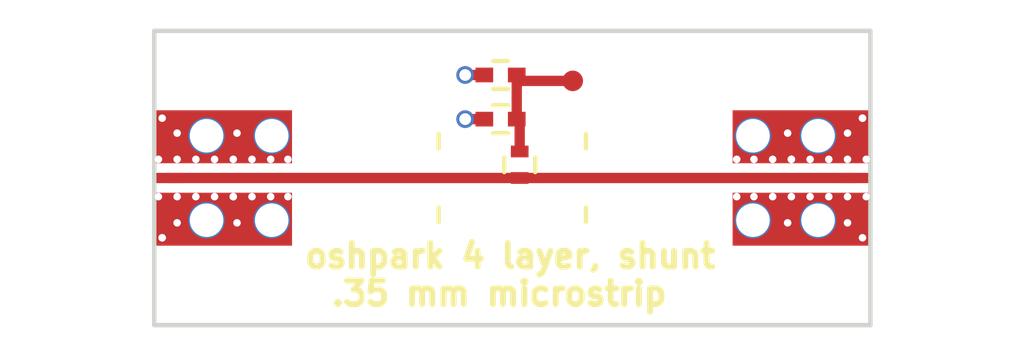
<source format=kicad_pcb>
(kicad_pcb (version 4) (host pcbnew 4.0.7)

  (general
    (links 66)
    (no_connects 0)
    (area 120.890476 98.825 155.809524 111.075)
    (thickness 1.6)
    (drawings 8)
    (tracks 14)
    (zones 0)
    (modules 6)
    (nets 4)
  )

  (page A4)
  (layers
    (0 F.Cu signal)
    (1 In1.Cu signal)
    (2 In2.Cu signal)
    (31 B.Cu signal)
    (32 B.Adhes user)
    (33 F.Adhes user)
    (34 B.Paste user)
    (35 F.Paste user)
    (36 B.SilkS user)
    (37 F.SilkS user)
    (38 B.Mask user)
    (39 F.Mask user)
    (40 Dwgs.User user)
    (41 Cmts.User user)
    (42 Eco1.User user)
    (43 Eco2.User user)
    (44 Edge.Cuts user)
    (45 Margin user)
    (46 B.CrtYd user)
    (47 F.CrtYd user)
    (48 B.Fab user)
    (49 F.Fab user)
  )

  (setup
    (last_trace_width 0.25)
    (user_trace_width 0.35)
    (trace_clearance 0.2)
    (zone_clearance 0.1)
    (zone_45_only no)
    (trace_min 0.2)
    (segment_width 0.2)
    (edge_width 0.15)
    (via_size 0.6)
    (via_drill 0.4)
    (via_min_size 0.4)
    (via_min_drill 0.3)
    (uvia_size 0.3)
    (uvia_drill 0.1)
    (uvias_allowed no)
    (uvia_min_size 0.2)
    (uvia_min_drill 0.1)
    (pcb_text_width 0.3)
    (pcb_text_size 1.5 1.5)
    (mod_edge_width 0.15)
    (mod_text_size 1 1)
    (mod_text_width 0.15)
    (pad_size 1.524 1.524)
    (pad_drill 0.762)
    (pad_to_mask_clearance 0.05)
    (aux_axis_origin 0 0)
    (visible_elements FFFFFF7F)
    (pcbplotparams
      (layerselection 0x00030_80000001)
      (usegerberextensions false)
      (excludeedgelayer true)
      (linewidth 0.100000)
      (plotframeref false)
      (viasonmask false)
      (mode 1)
      (useauxorigin false)
      (hpglpennumber 1)
      (hpglpenspeed 20)
      (hpglpendiameter 15)
      (hpglpenoverlay 2)
      (psnegative false)
      (psa4output false)
      (plotreference true)
      (plotvalue true)
      (plotinvisibletext false)
      (padsonsilk false)
      (subtractmaskfromsilk false)
      (outputformat 1)
      (mirror false)
      (drillshape 1)
      (scaleselection 1)
      (outputdirectory ""))
  )

  (net 0 "")
  (net 1 GND)
  (net 2 "Net-(C101-Pad1)")
  (net 3 "Net-(L101-Pad2)")

  (net_class Default "This is the default net class."
    (clearance 0.2)
    (trace_width 0.25)
    (via_dia 0.6)
    (via_drill 0.4)
    (uvia_dia 0.3)
    (uvia_drill 0.1)
    (add_net GND)
    (add_net "Net-(C101-Pad1)")
    (add_net "Net-(L101-Pad2)")
  )

  (module vna_footprints:SMA_901-10512_6p7MIL_FR408_CPW_LAUNCH (layer F.Cu) (tedit 59B4A2F5) (tstamp 59B4A12A)
    (at 128.5 105 180)
    (path /59B4A05A)
    (fp_text reference U101 (at -0.25 4 180) (layer F.SilkS) hide
      (effects (font (size 1 1) (thickness 0.15)))
    )
    (fp_text value CONN_SMA_2GND (at 1.1 -5 180) (layer F.Fab)
      (effects (font (size 1 1) (thickness 0.15)))
    )
    (fp_line (start -7.35 -1) (end -7.35 -1.5) (layer F.SilkS) (width 0.15))
    (fp_line (start -7.35 1.5) (end -7.35 1) (layer F.SilkS) (width 0.15))
    (pad 2 thru_hole circle (at -1.685 -1.435 180) (size 1.24 1.24) (drill 1.14) (layers *.Cu *.Mask)
      (net 1 GND))
    (pad 2 thru_hole circle (at 0.525 -1.435 180) (size 1.24 1.24) (drill 1.14) (layers *.Cu *.Mask)
      (net 1 GND))
    (pad 3 thru_hole circle (at 0.525 1.435 180) (size 1.24 1.24) (drill 1.14) (layers *.Cu *.Mask)
      (net 1 GND))
    (pad 3 thru_hole circle (at -1.685 1.435 180) (size 1.24 1.24) (drill 1.14) (layers *.Cu *.Mask)
      (net 1 GND))
    (pad 1 smd rect (at 1.8 0 180) (size 0.95 0.35) (layers F.Cu F.Paste F.Mask)
      (net 3 "Net-(L101-Pad2)"))
    (pad 2 smd rect (at -0.05 -1.4 180) (size 4.65 1.8) (layers F.Cu F.Paste F.Mask)
      (net 1 GND))
    (pad 3 smd rect (at -0.05 1.4 180) (size 4.65 1.8) (layers F.Cu F.Paste F.Mask)
      (net 1 GND))
    (pad 2 thru_hole circle (at 0.254 -0.635 180) (size 0.254 0.254) (drill 0.254) (layers *.Cu *.Mask)
      (net 1 GND))
    (pad 2 thru_hole circle (at -1.651 -0.635 180) (size 0.254 0.254) (drill 0.254) (layers *.Cu *.Mask)
      (net 1 GND))
    (pad 2 thru_hole circle (at -2.2352 -0.635 180) (size 0.254 0.254) (drill 0.254) (layers *.Cu *.Mask)
      (net 1 GND))
    (pad 2 thru_hole circle (at -1.016 -0.635 180) (size 0.254 0.254) (drill 0.254) (layers *.Cu *.Mask)
      (net 1 GND))
    (pad 2 thru_hole circle (at -0.381 -0.635 180) (size 0.254 0.254) (drill 0.254) (layers *.Cu *.Mask)
      (net 1 GND))
    (pad 2 thru_hole circle (at 0.889 -0.635 180) (size 0.254 0.254) (drill 0.254) (layers *.Cu *.Mask)
      (net 1 GND))
    (pad 2 thru_hole circle (at 1.524 -0.635 180) (size 0.254 0.254) (drill 0.254) (layers *.Cu *.Mask)
      (net 1 GND))
    (pad 2 thru_hole circle (at 2.159 -0.635 180) (size 0.254 0.254) (drill 0.254) (layers *.Cu *.Mask)
      (net 1 GND))
    (pad 2 thru_hole circle (at 2.159 0.635 180) (size 0.254 0.254) (drill 0.254) (layers *.Cu *.Mask)
      (net 1 GND))
    (pad 2 thru_hole circle (at 1.524 0.635 180) (size 0.254 0.254) (drill 0.254) (layers *.Cu *.Mask)
      (net 1 GND))
    (pad 2 thru_hole circle (at 0.889 0.635 180) (size 0.254 0.254) (drill 0.254) (layers *.Cu *.Mask)
      (net 1 GND))
    (pad 2 thru_hole circle (at 0.254 0.635 180) (size 0.254 0.254) (drill 0.254) (layers *.Cu *.Mask)
      (net 1 GND))
    (pad 2 thru_hole circle (at -0.381 0.635 180) (size 0.254 0.254) (drill 0.254) (layers *.Cu *.Mask)
      (net 1 GND))
    (pad 2 thru_hole circle (at -1.016 0.635 180) (size 0.254 0.254) (drill 0.254) (layers *.Cu *.Mask)
      (net 1 GND))
    (pad 2 thru_hole circle (at -1.651 0.635 180) (size 0.254 0.254) (drill 0.254) (layers *.Cu *.Mask)
      (net 1 GND))
    (pad 2 thru_hole circle (at -2.2352 0.635 180) (size 0.254 0.254) (drill 0.254) (layers *.Cu *.Mask)
      (net 1 GND))
    (pad 2 thru_hole circle (at -0.381 -0.635 180) (size 0.254 0.254) (drill 0.254) (layers *.Cu *.Mask)
      (net 1 GND))
    (pad 2 thru_hole circle (at -0.508 -1.524 180) (size 0.254 0.254) (drill 0.254) (layers *.Cu *.Mask)
      (net 1 GND))
    (pad 2 thru_hole circle (at 1.524 -1.524 180) (size 0.254 0.254) (drill 0.254) (layers *.Cu *.Mask)
      (net 1 GND))
    (pad 2 thru_hole circle (at 1.524 1.524 180) (size 0.254 0.254) (drill 0.254) (layers *.Cu *.Mask)
      (net 1 GND))
    (pad 2 thru_hole circle (at -0.508 1.524 180) (size 0.254 0.254) (drill 0.254) (layers *.Cu *.Mask)
      (net 1 GND))
    (pad 2 thru_hole circle (at 2.032 2.032 180) (size 0.254 0.254) (drill 0.254) (layers *.Cu *.Mask)
      (net 1 GND))
    (pad 2 thru_hole circle (at 2.032 -2.032 180) (size 0.254 0.254) (drill 0.254) (layers *.Cu *.Mask)
      (net 1 GND))
    (pad 2 thru_hole circle (at 2.032 -2.032 180) (size 0.254 0.254) (drill 0.254) (layers *.Cu *.Mask)
      (net 1 GND))
  )

  (module vna_footprints:SMA_901-10512_6p7MIL_FR408_CPW_LAUNCH (layer F.Cu) (tedit 59B4A2F7) (tstamp 59B4A14D)
    (at 148.2 105)
    (path /59B4A095)
    (fp_text reference U102 (at -0.25 -3.1) (layer F.SilkS) hide
      (effects (font (size 1 1) (thickness 0.15)))
    )
    (fp_text value CONN_SMA_2GND (at 1.1 -5) (layer F.Fab)
      (effects (font (size 1 1) (thickness 0.15)))
    )
    (fp_line (start -7.35 -1) (end -7.35 -1.5) (layer F.SilkS) (width 0.15))
    (fp_line (start -7.35 1.5) (end -7.35 1) (layer F.SilkS) (width 0.15))
    (pad 2 thru_hole circle (at -1.685 -1.435) (size 1.24 1.24) (drill 1.14) (layers *.Cu *.Mask)
      (net 1 GND))
    (pad 2 thru_hole circle (at 0.525 -1.435) (size 1.24 1.24) (drill 1.14) (layers *.Cu *.Mask)
      (net 1 GND))
    (pad 3 thru_hole circle (at 0.525 1.435) (size 1.24 1.24) (drill 1.14) (layers *.Cu *.Mask)
      (net 1 GND))
    (pad 3 thru_hole circle (at -1.685 1.435) (size 1.24 1.24) (drill 1.14) (layers *.Cu *.Mask)
      (net 1 GND))
    (pad 1 smd rect (at 1.8 0) (size 0.95 0.35) (layers F.Cu F.Paste F.Mask)
      (net 3 "Net-(L101-Pad2)"))
    (pad 2 smd rect (at -0.05 -1.4) (size 4.65 1.8) (layers F.Cu F.Paste F.Mask)
      (net 1 GND))
    (pad 3 smd rect (at -0.05 1.4) (size 4.65 1.8) (layers F.Cu F.Paste F.Mask)
      (net 1 GND))
    (pad 2 thru_hole circle (at 0.254 -0.635) (size 0.254 0.254) (drill 0.254) (layers *.Cu *.Mask)
      (net 1 GND))
    (pad 2 thru_hole circle (at -1.651 -0.635) (size 0.254 0.254) (drill 0.254) (layers *.Cu *.Mask)
      (net 1 GND))
    (pad 2 thru_hole circle (at -2.2352 -0.635) (size 0.254 0.254) (drill 0.254) (layers *.Cu *.Mask)
      (net 1 GND))
    (pad 2 thru_hole circle (at -1.016 -0.635) (size 0.254 0.254) (drill 0.254) (layers *.Cu *.Mask)
      (net 1 GND))
    (pad 2 thru_hole circle (at -0.381 -0.635) (size 0.254 0.254) (drill 0.254) (layers *.Cu *.Mask)
      (net 1 GND))
    (pad 2 thru_hole circle (at 0.889 -0.635) (size 0.254 0.254) (drill 0.254) (layers *.Cu *.Mask)
      (net 1 GND))
    (pad 2 thru_hole circle (at 1.524 -0.635) (size 0.254 0.254) (drill 0.254) (layers *.Cu *.Mask)
      (net 1 GND))
    (pad 2 thru_hole circle (at 2.159 -0.635) (size 0.254 0.254) (drill 0.254) (layers *.Cu *.Mask)
      (net 1 GND))
    (pad 2 thru_hole circle (at 2.159 0.635) (size 0.254 0.254) (drill 0.254) (layers *.Cu *.Mask)
      (net 1 GND))
    (pad 2 thru_hole circle (at 1.524 0.635) (size 0.254 0.254) (drill 0.254) (layers *.Cu *.Mask)
      (net 1 GND))
    (pad 2 thru_hole circle (at 0.889 0.635) (size 0.254 0.254) (drill 0.254) (layers *.Cu *.Mask)
      (net 1 GND))
    (pad 2 thru_hole circle (at 0.254 0.635) (size 0.254 0.254) (drill 0.254) (layers *.Cu *.Mask)
      (net 1 GND))
    (pad 2 thru_hole circle (at -0.381 0.635) (size 0.254 0.254) (drill 0.254) (layers *.Cu *.Mask)
      (net 1 GND))
    (pad 2 thru_hole circle (at -1.016 0.635) (size 0.254 0.254) (drill 0.254) (layers *.Cu *.Mask)
      (net 1 GND))
    (pad 2 thru_hole circle (at -1.651 0.635) (size 0.254 0.254) (drill 0.254) (layers *.Cu *.Mask)
      (net 1 GND))
    (pad 2 thru_hole circle (at -2.2352 0.635) (size 0.254 0.254) (drill 0.254) (layers *.Cu *.Mask)
      (net 1 GND))
    (pad 2 thru_hole circle (at -0.381 -0.635) (size 0.254 0.254) (drill 0.254) (layers *.Cu *.Mask)
      (net 1 GND))
    (pad 2 thru_hole circle (at -0.508 -1.524) (size 0.254 0.254) (drill 0.254) (layers *.Cu *.Mask)
      (net 1 GND))
    (pad 2 thru_hole circle (at 1.524 -1.524) (size 0.254 0.254) (drill 0.254) (layers *.Cu *.Mask)
      (net 1 GND))
    (pad 2 thru_hole circle (at 1.524 1.524) (size 0.254 0.254) (drill 0.254) (layers *.Cu *.Mask)
      (net 1 GND))
    (pad 2 thru_hole circle (at -0.508 1.524) (size 0.254 0.254) (drill 0.254) (layers *.Cu *.Mask)
      (net 1 GND))
    (pad 2 thru_hole circle (at 2.032 2.032) (size 0.254 0.254) (drill 0.254) (layers *.Cu *.Mask)
      (net 1 GND))
    (pad 2 thru_hole circle (at 2.032 -2.032) (size 0.254 0.254) (drill 0.254) (layers *.Cu *.Mask)
      (net 1 GND))
    (pad 2 thru_hole circle (at 2.032 -2.032) (size 0.254 0.254) (drill 0.254) (layers *.Cu *.Mask)
      (net 1 GND))
  )

  (module Capacitors_SMD:C_0402 (layer F.Cu) (tedit 5AC166DD) (tstamp 5AC166B2)
    (at 137.95 103 180)
    (descr "Capacitor SMD 0402, reflow soldering, AVX (see smccp.pdf)")
    (tags "capacitor 0402")
    (path /5AC191EC)
    (attr smd)
    (fp_text reference C101 (at 0 -2.2 180) (layer F.SilkS) hide
      (effects (font (size 1 1) (thickness 0.15)))
    )
    (fp_text value C_Small (at 0 1.7 180) (layer F.Fab)
      (effects (font (size 1 1) (thickness 0.15)))
    )
    (fp_line (start -1.15 -0.6) (end 1.15 -0.6) (layer F.CrtYd) (width 0.05))
    (fp_line (start -1.15 0.6) (end 1.15 0.6) (layer F.CrtYd) (width 0.05))
    (fp_line (start -1.15 -0.6) (end -1.15 0.6) (layer F.CrtYd) (width 0.05))
    (fp_line (start 1.15 -0.6) (end 1.15 0.6) (layer F.CrtYd) (width 0.05))
    (fp_line (start 0.25 -0.475) (end -0.25 -0.475) (layer F.SilkS) (width 0.15))
    (fp_line (start -0.25 0.475) (end 0.25 0.475) (layer F.SilkS) (width 0.15))
    (pad 1 smd rect (at -0.55 0 180) (size 0.6 0.5) (layers F.Cu F.Paste F.Mask)
      (net 2 "Net-(C101-Pad1)"))
    (pad 2 smd rect (at 0.55 0 180) (size 0.6 0.5) (layers F.Cu F.Paste F.Mask)
      (net 1 GND))
    (model Capacitors_SMD.3dshapes/C_0402.wrl
      (at (xyz 0 0 0))
      (scale (xyz 1 1 1))
      (rotate (xyz 0 0 0))
    )
  )

  (module Capacitors_SMD:C_0402 (layer F.Cu) (tedit 5AC1699E) (tstamp 5AC16941)
    (at 137.95 101.5 180)
    (descr "Capacitor SMD 0402, reflow soldering, AVX (see smccp.pdf)")
    (tags "capacitor 0402")
    (path /5AC190DB)
    (attr smd)
    (fp_text reference C102 (at 0 -1.7 180) (layer F.SilkS) hide
      (effects (font (size 1 1) (thickness 0.15)))
    )
    (fp_text value C_Small (at 0 1.7 180) (layer F.Fab)
      (effects (font (size 1 1) (thickness 0.15)))
    )
    (fp_line (start -1.15 -0.6) (end 1.15 -0.6) (layer F.CrtYd) (width 0.05))
    (fp_line (start -1.15 0.6) (end 1.15 0.6) (layer F.CrtYd) (width 0.05))
    (fp_line (start -1.15 -0.6) (end -1.15 0.6) (layer F.CrtYd) (width 0.05))
    (fp_line (start 1.15 -0.6) (end 1.15 0.6) (layer F.CrtYd) (width 0.05))
    (fp_line (start 0.25 -0.475) (end -0.25 -0.475) (layer F.SilkS) (width 0.15))
    (fp_line (start -0.25 0.475) (end 0.25 0.475) (layer F.SilkS) (width 0.15))
    (pad 1 smd rect (at -0.55 0 180) (size 0.6 0.5) (layers F.Cu F.Paste F.Mask)
      (net 2 "Net-(C101-Pad1)"))
    (pad 2 smd rect (at 0.55 0 180) (size 0.6 0.5) (layers F.Cu F.Paste F.Mask)
      (net 1 GND))
    (model Capacitors_SMD.3dshapes/C_0402.wrl
      (at (xyz 0 0 0))
      (scale (xyz 1 1 1))
      (rotate (xyz 0 0 0))
    )
  )

  (module Resistors_SMD:R_0402 (layer F.Cu) (tedit 5AC1699F) (tstamp 5AC16947)
    (at 138.6 104.55 270)
    (descr "Resistor SMD 0402, reflow soldering, Vishay (see dcrcw.pdf)")
    (tags "resistor 0402")
    (path /5AC19047)
    (attr smd)
    (fp_text reference L101 (at 0 -1.8 270) (layer F.SilkS) hide
      (effects (font (size 1 1) (thickness 0.15)))
    )
    (fp_text value L_Small (at 0 1.8 270) (layer F.Fab)
      (effects (font (size 1 1) (thickness 0.15)))
    )
    (fp_line (start -0.95 -0.65) (end 0.95 -0.65) (layer F.CrtYd) (width 0.05))
    (fp_line (start -0.95 0.65) (end 0.95 0.65) (layer F.CrtYd) (width 0.05))
    (fp_line (start -0.95 -0.65) (end -0.95 0.65) (layer F.CrtYd) (width 0.05))
    (fp_line (start 0.95 -0.65) (end 0.95 0.65) (layer F.CrtYd) (width 0.05))
    (fp_line (start 0.25 -0.525) (end -0.25 -0.525) (layer F.SilkS) (width 0.15))
    (fp_line (start -0.25 0.525) (end 0.25 0.525) (layer F.SilkS) (width 0.15))
    (pad 1 smd rect (at -0.45 0 270) (size 0.4 0.6) (layers F.Cu F.Paste F.Mask)
      (net 2 "Net-(C101-Pad1)"))
    (pad 2 smd rect (at 0.45 0 270) (size 0.4 0.6) (layers F.Cu F.Paste F.Mask)
      (net 3 "Net-(L101-Pad2)"))
    (model Resistors_SMD.3dshapes/R_0402.wrl
      (at (xyz 0 0 0))
      (scale (xyz 1 1 1))
      (rotate (xyz 0 0 0))
    )
  )

  (module vna_footprints:TP07R (layer F.Cu) (tedit 5AC169E7) (tstamp 5AC1694C)
    (at 140.4 101.7)
    (descr "TEST PAD")
    (tags "TEST PAD")
    (path /5AC192C4)
    (attr smd)
    (fp_text reference TP101 (at 2.87274 -1.03378) (layer F.SilkS) hide
      (effects (font (size 0.7 0.7) (thickness 0.15)))
    )
    (fp_text value TEST (at -0.1778 0.4953) (layer F.SilkS) hide
      (effects (font (size 0.7 0.7) (thickness 0.15)))
    )
    (fp_text user >TP_SIGNAL_NAME (at 7.49808 1.40462) (layer F.SilkS) hide
      (effects (font (size 0.7 0.7) (thickness 0.15)))
    )
    (pad 1 smd circle (at 0 0) (size 0.6985 0.6985) (layers F.Cu F.Paste F.Mask)
      (net 2 "Net-(C101-Pad1)"))
  )

  (gr_text ".35 mm microstrip" (at 137.9 108.925) (layer F.SilkS) (tstamp 59B4A39D)
    (effects (font (size 0.8 0.8) (thickness 0.2)))
  )
  (gr_text "oshpark 4 layer, shunt" (at 138.275 107.65) (layer F.SilkS)
    (effects (font (size 0.8 0.8) (thickness 0.2)))
  )
  (gr_line (start 126.2 100) (end 150.5 100) (layer Edge.Cuts) (width 0.15))
  (gr_line (start 150.5 110) (end 126.2 110) (layer Edge.Cuts) (width 0.15))
  (gr_line (start 150.5 105) (end 150.5 110) (layer Edge.Cuts) (width 0.15))
  (gr_line (start 150.5 105) (end 150.5 100) (layer Edge.Cuts) (width 0.15))
  (gr_line (start 126.2 105) (end 126.2 110) (layer Edge.Cuts) (width 0.15))
  (gr_line (start 126.2 105) (end 126.2 100) (layer Edge.Cuts) (width 0.15))

  (segment (start 137.4 103) (end 136.75 103) (width 0.35) (layer F.Cu) (net 1))
  (via (at 136.75 103) (size 0.6) (drill 0.4) (layers F.Cu B.Cu) (net 1))
  (segment (start 137.4 101.5) (end 136.75 101.5) (width 0.35) (layer F.Cu) (net 1))
  (via (at 136.75 101.5) (size 0.6) (drill 0.4) (layers F.Cu B.Cu) (net 1))
  (segment (start 138.5 103) (end 138.5 101.5) (width 0.35) (layer F.Cu) (net 2))
  (segment (start 138.6 104.1) (end 138.6 103.1) (width 0.35) (layer F.Cu) (net 2))
  (segment (start 138.6 103.1) (end 138.5 103) (width 0.35) (layer F.Cu) (net 2))
  (segment (start 138.6 101.7) (end 140.4 101.7) (width 0.35) (layer F.Cu) (net 2))
  (segment (start 138.59 101.71) (end 138.6 101.7) (width 0.35) (layer F.Cu) (net 2))
  (segment (start 138.59 104.09) (end 138.6 104.1) (width 0.35) (layer F.Cu) (net 2))
  (segment (start 138.6 105) (end 139.15 105) (width 0.35) (layer F.Cu) (net 3))
  (segment (start 138.05 105) (end 138.6 105) (width 0.35) (layer F.Cu) (net 3))
  (segment (start 139.15 105) (end 150 105) (width 0.35) (layer F.Cu) (net 3))
  (segment (start 126.7 105) (end 138.05 105) (width 0.35) (layer F.Cu) (net 3))

  (zone (net 1) (net_name GND) (layer In1.Cu) (tstamp 0) (hatch edge 0.508)
    (connect_pads yes (clearance 0.1))
    (min_thickness 0.254)
    (fill yes (arc_segments 16) (thermal_gap 0.508) (thermal_bridge_width 0.508))
    (polygon
      (pts
        (xy 150.5 100) (xy 150.5 110) (xy 126.15 110) (xy 126.15 100)
      )
    )
    (filled_polygon
      (pts
        (xy 150.198 109.698) (xy 126.502 109.698) (xy 126.502 100.302) (xy 150.198 100.302)
      )
    )
  )
)

</source>
